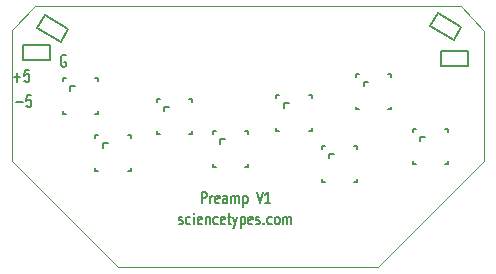
<source format=gto>
G04 (created by PCBNEW-RS274X (2012-apr-16-27)-stable) date Thu 13 Mar 2014 04:59:36 PM EDT*
G01*
G70*
G90*
%MOIN*%
G04 Gerber Fmt 3.4, Leading zero omitted, Abs format*
%FSLAX34Y34*%
G04 APERTURE LIST*
%ADD10C,0.006000*%
%ADD11C,0.005900*%
%ADD12C,0.007400*%
%ADD13C,0.000400*%
%ADD14C,0.002000*%
%ADD15C,0.005000*%
%ADD16C,0.007900*%
G04 APERTURE END LIST*
G54D10*
G54D11*
X17770Y-26017D02*
X17798Y-26035D01*
X17854Y-26035D01*
X17883Y-26017D01*
X17897Y-25979D01*
X17897Y-25960D01*
X17883Y-25923D01*
X17854Y-25904D01*
X17812Y-25904D01*
X17784Y-25885D01*
X17770Y-25848D01*
X17770Y-25829D01*
X17784Y-25792D01*
X17812Y-25773D01*
X17854Y-25773D01*
X17883Y-25792D01*
X18150Y-26017D02*
X18122Y-26035D01*
X18065Y-26035D01*
X18037Y-26017D01*
X18023Y-25998D01*
X18009Y-25960D01*
X18009Y-25848D01*
X18023Y-25810D01*
X18037Y-25792D01*
X18065Y-25773D01*
X18122Y-25773D01*
X18150Y-25792D01*
X18276Y-26035D02*
X18276Y-25773D01*
X18276Y-25641D02*
X18262Y-25660D01*
X18276Y-25679D01*
X18290Y-25660D01*
X18276Y-25641D01*
X18276Y-25679D01*
X18529Y-26017D02*
X18501Y-26035D01*
X18444Y-26035D01*
X18416Y-26017D01*
X18402Y-25979D01*
X18402Y-25829D01*
X18416Y-25792D01*
X18444Y-25773D01*
X18501Y-25773D01*
X18529Y-25792D01*
X18543Y-25829D01*
X18543Y-25867D01*
X18402Y-25904D01*
X18669Y-25773D02*
X18669Y-26035D01*
X18669Y-25810D02*
X18683Y-25792D01*
X18711Y-25773D01*
X18754Y-25773D01*
X18782Y-25792D01*
X18796Y-25829D01*
X18796Y-26035D01*
X19063Y-26017D02*
X19035Y-26035D01*
X18978Y-26035D01*
X18950Y-26017D01*
X18936Y-25998D01*
X18922Y-25960D01*
X18922Y-25848D01*
X18936Y-25810D01*
X18950Y-25792D01*
X18978Y-25773D01*
X19035Y-25773D01*
X19063Y-25792D01*
X19302Y-26017D02*
X19274Y-26035D01*
X19217Y-26035D01*
X19189Y-26017D01*
X19175Y-25979D01*
X19175Y-25829D01*
X19189Y-25792D01*
X19217Y-25773D01*
X19274Y-25773D01*
X19302Y-25792D01*
X19316Y-25829D01*
X19316Y-25867D01*
X19175Y-25904D01*
X19400Y-25773D02*
X19512Y-25773D01*
X19442Y-25641D02*
X19442Y-25979D01*
X19456Y-26017D01*
X19484Y-26035D01*
X19512Y-26035D01*
X19583Y-25773D02*
X19653Y-26035D01*
X19724Y-25773D02*
X19653Y-26035D01*
X19625Y-26129D01*
X19611Y-26148D01*
X19583Y-26167D01*
X19836Y-25773D02*
X19836Y-26167D01*
X19836Y-25792D02*
X19864Y-25773D01*
X19921Y-25773D01*
X19949Y-25792D01*
X19963Y-25810D01*
X19977Y-25848D01*
X19977Y-25960D01*
X19963Y-25998D01*
X19949Y-26017D01*
X19921Y-26035D01*
X19864Y-26035D01*
X19836Y-26017D01*
X20216Y-26017D02*
X20188Y-26035D01*
X20131Y-26035D01*
X20103Y-26017D01*
X20089Y-25979D01*
X20089Y-25829D01*
X20103Y-25792D01*
X20131Y-25773D01*
X20188Y-25773D01*
X20216Y-25792D01*
X20230Y-25829D01*
X20230Y-25867D01*
X20089Y-25904D01*
X20342Y-26017D02*
X20370Y-26035D01*
X20426Y-26035D01*
X20455Y-26017D01*
X20469Y-25979D01*
X20469Y-25960D01*
X20455Y-25923D01*
X20426Y-25904D01*
X20384Y-25904D01*
X20356Y-25885D01*
X20342Y-25848D01*
X20342Y-25829D01*
X20356Y-25792D01*
X20384Y-25773D01*
X20426Y-25773D01*
X20455Y-25792D01*
X20595Y-25998D02*
X20609Y-26017D01*
X20595Y-26035D01*
X20581Y-26017D01*
X20595Y-25998D01*
X20595Y-26035D01*
X20862Y-26017D02*
X20834Y-26035D01*
X20777Y-26035D01*
X20749Y-26017D01*
X20735Y-25998D01*
X20721Y-25960D01*
X20721Y-25848D01*
X20735Y-25810D01*
X20749Y-25792D01*
X20777Y-25773D01*
X20834Y-25773D01*
X20862Y-25792D01*
X21030Y-26035D02*
X21002Y-26017D01*
X20988Y-25998D01*
X20974Y-25960D01*
X20974Y-25848D01*
X20988Y-25810D01*
X21002Y-25792D01*
X21030Y-25773D01*
X21073Y-25773D01*
X21101Y-25792D01*
X21115Y-25810D01*
X21129Y-25848D01*
X21129Y-25960D01*
X21115Y-25998D01*
X21101Y-26017D01*
X21073Y-26035D01*
X21030Y-26035D01*
X21255Y-26035D02*
X21255Y-25773D01*
X21255Y-25810D02*
X21269Y-25792D01*
X21297Y-25773D01*
X21340Y-25773D01*
X21368Y-25792D01*
X21382Y-25829D01*
X21382Y-26035D01*
X21382Y-25829D02*
X21396Y-25792D01*
X21424Y-25773D01*
X21466Y-25773D01*
X21494Y-25792D01*
X21508Y-25829D01*
X21508Y-26035D01*
X18527Y-25336D02*
X18527Y-24942D01*
X18640Y-24942D01*
X18668Y-24961D01*
X18682Y-24980D01*
X18696Y-25018D01*
X18696Y-25074D01*
X18682Y-25111D01*
X18668Y-25130D01*
X18640Y-25149D01*
X18527Y-25149D01*
X18822Y-25336D02*
X18822Y-25074D01*
X18822Y-25149D02*
X18836Y-25111D01*
X18850Y-25093D01*
X18878Y-25074D01*
X18907Y-25074D01*
X19118Y-25318D02*
X19090Y-25336D01*
X19033Y-25336D01*
X19005Y-25318D01*
X18991Y-25280D01*
X18991Y-25130D01*
X19005Y-25093D01*
X19033Y-25074D01*
X19090Y-25074D01*
X19118Y-25093D01*
X19132Y-25130D01*
X19132Y-25168D01*
X18991Y-25205D01*
X19385Y-25336D02*
X19385Y-25130D01*
X19371Y-25093D01*
X19343Y-25074D01*
X19286Y-25074D01*
X19258Y-25093D01*
X19385Y-25318D02*
X19357Y-25336D01*
X19286Y-25336D01*
X19258Y-25318D01*
X19244Y-25280D01*
X19244Y-25243D01*
X19258Y-25205D01*
X19286Y-25186D01*
X19357Y-25186D01*
X19385Y-25168D01*
X19525Y-25336D02*
X19525Y-25074D01*
X19525Y-25111D02*
X19539Y-25093D01*
X19567Y-25074D01*
X19610Y-25074D01*
X19638Y-25093D01*
X19652Y-25130D01*
X19652Y-25336D01*
X19652Y-25130D02*
X19666Y-25093D01*
X19694Y-25074D01*
X19736Y-25074D01*
X19764Y-25093D01*
X19778Y-25130D01*
X19778Y-25336D01*
X19918Y-25074D02*
X19918Y-25468D01*
X19918Y-25093D02*
X19946Y-25074D01*
X20003Y-25074D01*
X20031Y-25093D01*
X20045Y-25111D01*
X20059Y-25149D01*
X20059Y-25261D01*
X20045Y-25299D01*
X20031Y-25318D01*
X20003Y-25336D01*
X19946Y-25336D01*
X19918Y-25318D01*
X20368Y-24942D02*
X20466Y-25336D01*
X20565Y-24942D01*
X20818Y-25336D02*
X20649Y-25336D01*
X20733Y-25336D02*
X20733Y-24942D01*
X20705Y-24999D01*
X20677Y-25036D01*
X20649Y-25055D01*
X13995Y-20404D02*
X13967Y-20385D01*
X13925Y-20385D01*
X13882Y-20404D01*
X13854Y-20442D01*
X13840Y-20479D01*
X13826Y-20554D01*
X13826Y-20611D01*
X13840Y-20686D01*
X13854Y-20723D01*
X13882Y-20761D01*
X13925Y-20779D01*
X13953Y-20779D01*
X13995Y-20761D01*
X14009Y-20742D01*
X14009Y-20611D01*
X13953Y-20611D01*
X12336Y-21968D02*
X12561Y-21968D01*
X12842Y-21724D02*
X12701Y-21724D01*
X12687Y-21912D01*
X12701Y-21893D01*
X12729Y-21875D01*
X12800Y-21875D01*
X12828Y-21893D01*
X12842Y-21912D01*
X12856Y-21950D01*
X12856Y-22043D01*
X12842Y-22081D01*
X12828Y-22100D01*
X12800Y-22118D01*
X12729Y-22118D01*
X12701Y-22100D01*
X12687Y-22081D01*
G54D12*
X12267Y-21131D02*
X12492Y-21131D01*
X12380Y-21281D02*
X12380Y-20981D01*
X12773Y-20887D02*
X12632Y-20887D01*
X12618Y-21075D01*
X12632Y-21056D01*
X12660Y-21038D01*
X12731Y-21038D01*
X12759Y-21056D01*
X12773Y-21075D01*
X12787Y-21113D01*
X12787Y-21206D01*
X12773Y-21244D01*
X12759Y-21263D01*
X12731Y-21281D01*
X12660Y-21281D01*
X12632Y-21263D01*
X12618Y-21244D01*
G54D13*
X27953Y-19596D02*
X27953Y-23917D01*
X27165Y-18770D02*
X27953Y-19596D01*
X16890Y-18770D02*
X27165Y-18770D01*
X12205Y-19557D02*
X12205Y-23917D01*
X12992Y-18770D02*
X12205Y-19557D01*
X16890Y-18770D02*
X12992Y-18770D01*
X15748Y-27461D02*
X12205Y-23917D01*
X24409Y-27461D02*
X27953Y-23917D01*
X24016Y-27461D02*
X24409Y-27461D01*
X15748Y-27461D02*
X24016Y-27461D01*
G54D14*
X15748Y-27461D02*
X24016Y-27461D01*
G54D15*
X13308Y-19056D02*
X14088Y-19506D01*
X14088Y-19506D02*
X13838Y-19940D01*
X13838Y-19940D02*
X13058Y-19490D01*
X13058Y-19490D02*
X13308Y-19056D01*
X26398Y-18997D02*
X27178Y-19447D01*
X27178Y-19447D02*
X26928Y-19881D01*
X26928Y-19881D02*
X26148Y-19431D01*
X26148Y-19431D02*
X26398Y-18997D01*
X13472Y-20555D02*
X12572Y-20555D01*
X12572Y-20555D02*
X12572Y-20055D01*
X12572Y-20055D02*
X13472Y-20055D01*
X13472Y-20055D02*
X13472Y-20555D01*
X26519Y-20252D02*
X27419Y-20252D01*
X27419Y-20252D02*
X27419Y-20752D01*
X27419Y-20752D02*
X26519Y-20752D01*
X26519Y-20752D02*
X26519Y-20252D01*
G54D16*
X26743Y-24036D02*
X26644Y-24036D01*
X26743Y-24036D02*
X26743Y-23937D01*
X25561Y-24036D02*
X25660Y-24036D01*
X25561Y-24036D02*
X25561Y-23937D01*
X26743Y-22854D02*
X26743Y-22953D01*
X26743Y-22854D02*
X26644Y-22854D01*
X25561Y-22953D02*
X25561Y-22854D01*
X25561Y-22854D02*
X25660Y-22854D01*
X25817Y-23267D02*
X25817Y-23110D01*
X25817Y-23110D02*
X25974Y-23110D01*
X24853Y-22205D02*
X24754Y-22205D01*
X24853Y-22205D02*
X24853Y-22106D01*
X23671Y-22205D02*
X23770Y-22205D01*
X23671Y-22205D02*
X23671Y-22106D01*
X24853Y-21023D02*
X24853Y-21122D01*
X24853Y-21023D02*
X24754Y-21023D01*
X23671Y-21122D02*
X23671Y-21023D01*
X23671Y-21023D02*
X23770Y-21023D01*
X23927Y-21436D02*
X23927Y-21279D01*
X23927Y-21279D02*
X24084Y-21279D01*
X23711Y-24607D02*
X23612Y-24607D01*
X23711Y-24607D02*
X23711Y-24508D01*
X22529Y-24607D02*
X22628Y-24607D01*
X22529Y-24607D02*
X22529Y-24508D01*
X23711Y-23425D02*
X23711Y-23524D01*
X23711Y-23425D02*
X23612Y-23425D01*
X22529Y-23524D02*
X22529Y-23425D01*
X22529Y-23425D02*
X22628Y-23425D01*
X22785Y-23838D02*
X22785Y-23681D01*
X22785Y-23681D02*
X22942Y-23681D01*
X22205Y-22914D02*
X22106Y-22914D01*
X22205Y-22914D02*
X22205Y-22815D01*
X21023Y-22914D02*
X21122Y-22914D01*
X21023Y-22914D02*
X21023Y-22815D01*
X22205Y-21732D02*
X22205Y-21831D01*
X22205Y-21732D02*
X22106Y-21732D01*
X21023Y-21831D02*
X21023Y-21732D01*
X21023Y-21732D02*
X21122Y-21732D01*
X21279Y-22145D02*
X21279Y-21988D01*
X21279Y-21988D02*
X21436Y-21988D01*
X20079Y-24115D02*
X19980Y-24115D01*
X20079Y-24115D02*
X20079Y-24016D01*
X18897Y-24115D02*
X18996Y-24115D01*
X18897Y-24115D02*
X18897Y-24016D01*
X20079Y-22933D02*
X20079Y-23032D01*
X20079Y-22933D02*
X19980Y-22933D01*
X18897Y-23032D02*
X18897Y-22933D01*
X18897Y-22933D02*
X18996Y-22933D01*
X19153Y-23346D02*
X19153Y-23189D01*
X19153Y-23189D02*
X19310Y-23189D01*
X18209Y-23032D02*
X18110Y-23032D01*
X18209Y-23032D02*
X18209Y-22933D01*
X17027Y-23032D02*
X17126Y-23032D01*
X17027Y-23032D02*
X17027Y-22933D01*
X18209Y-21850D02*
X18209Y-21949D01*
X18209Y-21850D02*
X18110Y-21850D01*
X17027Y-21949D02*
X17027Y-21850D01*
X17027Y-21850D02*
X17126Y-21850D01*
X17283Y-22263D02*
X17283Y-22106D01*
X17283Y-22106D02*
X17440Y-22106D01*
X16162Y-24252D02*
X16063Y-24252D01*
X16162Y-24252D02*
X16162Y-24153D01*
X14980Y-24252D02*
X15079Y-24252D01*
X14980Y-24252D02*
X14980Y-24153D01*
X16162Y-23070D02*
X16162Y-23169D01*
X16162Y-23070D02*
X16063Y-23070D01*
X14980Y-23169D02*
X14980Y-23070D01*
X14980Y-23070D02*
X15079Y-23070D01*
X15236Y-23483D02*
X15236Y-23326D01*
X15236Y-23326D02*
X15393Y-23326D01*
X15079Y-22343D02*
X14980Y-22343D01*
X15079Y-22343D02*
X15079Y-22244D01*
X13897Y-22343D02*
X13996Y-22343D01*
X13897Y-22343D02*
X13897Y-22244D01*
X15079Y-21161D02*
X15079Y-21260D01*
X15079Y-21161D02*
X14980Y-21161D01*
X13897Y-21260D02*
X13897Y-21161D01*
X13897Y-21161D02*
X13996Y-21161D01*
X14153Y-21574D02*
X14153Y-21417D01*
X14153Y-21417D02*
X14310Y-21417D01*
M02*

</source>
